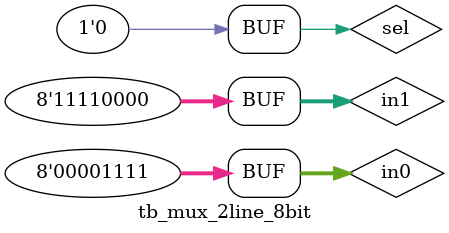
<source format=v>
module tb_mux_2line_8bit();
	reg [7:0] in0, in1;
	reg sel;
	wire [7:0] out;

	mux_2line_8bit uut(in0, in1, sel, out);

	initial
	begin
		in0 = 8'h0f;
		in1 = 8'hf0;
		#10 sel = 0;
		#10 sel = 1;
		#10 sel = 0;
	end

	initial
	begin
		$monitor("sel:%x | out:%x", sel, out);
	end
endmodule

</source>
